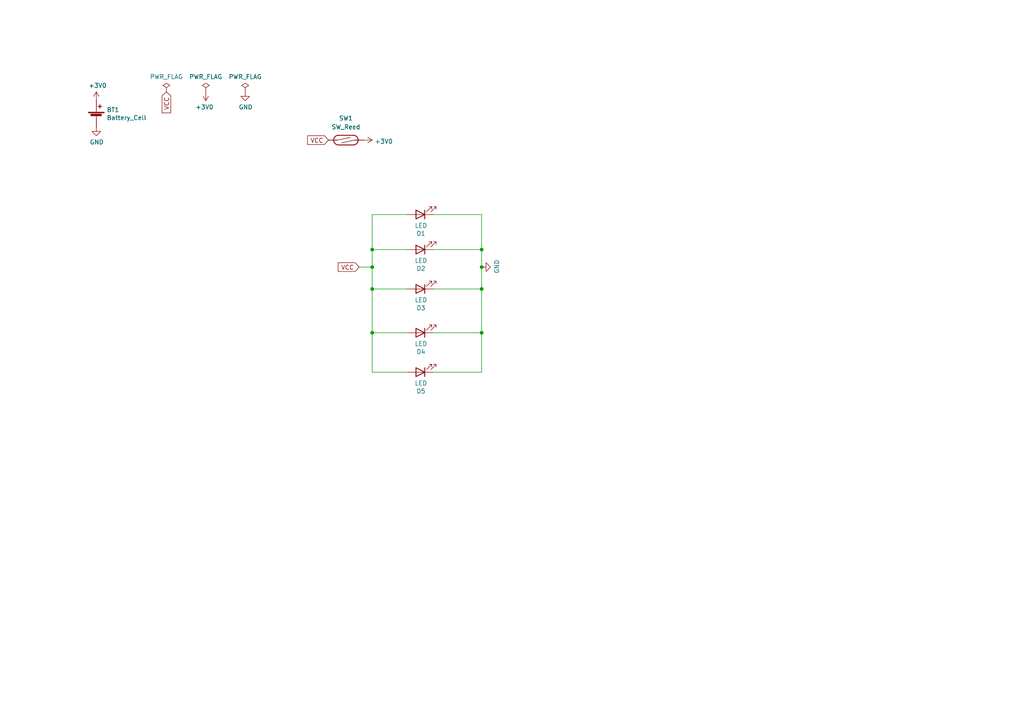
<source format=kicad_sch>
(kicad_sch (version 20250114) (generator "eeschema") (generator_version "9.0")
  (paper "A4")
  (lib_symbols
    (symbol "Device:Battery_Cell" (pin_numbers (hide yes)) (pin_names (offset 0) (hide yes))
      (property "Reference" "BT" (at 2.54 2.54 0))
      (property "Value" "Battery_Cell" (at 2.54 0 0))
      (symbol "Battery_Cell_0_1"
        (rectangle (start -2.286 1.778) (end 2.286 1.524) (fill (type outline)))
        (rectangle (start -1.5748 1.1938) (end 1.4732 0.6858) (fill (type outline)))
        (polyline (pts (xy 0 1.778) (xy 0 2.54)))
        (polyline (pts (xy 0 0.762) (xy 0 0)))
        (polyline (pts (xy 0.508 3.429) (xy 1.524 3.429)) (stroke (width 0.254)))
        (polyline (pts (xy 1.016 3.937) (xy 1.016 2.921)) (stroke (width 0.254)))
      )
      (symbol "Battery_Cell_1_1"
        (pin passive line (at 0 5.08 270) (length 2.54) (name "+") (number "1"))
        (pin passive line (at 0 -2.54 90) (length 2.54) (name "-") (number "2"))
      )
    )
    (symbol "Device:LED" (pin_numbers (hide yes)) (pin_names (offset 1.016) (hide yes))
      (property "Reference" "D" (at 0 2.54 0))
      (property "Value" "LED" (at 0 -2.54 0))
      (symbol "LED_0_1"
        (polyline (pts (xy -3.048 -0.762) (xy -4.572 -2.286) (xy -3.81 -2.286) (xy -4.572 -2.286) (xy -4.572 -1.524)))
        (polyline (pts (xy -1.778 -0.762) (xy -3.302 -2.286) (xy -2.54 -2.286) (xy -3.302 -2.286) (xy -3.302 -1.524)))
        (polyline (pts (xy -1.27 0) (xy 1.27 0)))
        (polyline (pts (xy -1.27 -1.27) (xy -1.27 1.27)) (stroke (width 0.254)))
        (polyline (pts (xy 1.27 -1.27) (xy 1.27 1.27) (xy -1.27 0) (xy 1.27 -1.27)) (stroke (width 0.254)))
      )
      (symbol "LED_1_1"
        (pin passive line (at -3.81 0 0) (length 2.54) (name "K") (number "1"))
        (pin passive line (at 3.81 0 180) (length 2.54) (name "A") (number "2"))
      )
    )
    (symbol "Switch:SW_Reed" (pin_numbers (hide yes)) (pin_names (offset 0) (hide yes))
      (property "Reference" "SW" (at 0 2.54 0))
      (property "Value" "SW_Reed" (at 0 -2.54 0))
      (symbol "SW_Reed_0_0"
        (polyline (pts (xy -2.54 0) (xy 1.27 0.762)))
        (polyline (pts (xy -2.159 -1.397) (xy 2.286 -1.397)) (stroke (width 0.254)))
        (arc (start -2.159 -1.397) (mid -3.55 0) (end -2.159 1.397) (stroke (width 0.254)))
        (arc (start 2.159 1.397) (mid 3.55 0) (end 2.159 -1.397) (stroke (width 0.254)))
        (polyline (pts (xy 2.159 1.397) (xy -2.159 1.397)) (stroke (width 0.254)))
        (polyline (pts (xy 2.54 0) (xy -1.27 -0.762)))
      )
      (symbol "SW_Reed_1_1"
        (pin passive line (at -5.08 0 0) (length 2.54) (name "1") (number "1"))
        (pin passive line (at 5.08 0 180) (length 2.54) (name "2") (number "2"))
      )
    )
    (symbol "power:+3V0" (power) (pin_names (offset 0))
      (property "Value" "+3V0" (at 0 3.556 0))
      (symbol "+3V0_0_1"
        (polyline (pts (xy -0.762 1.27) (xy 0 2.54)))
        (polyline (pts (xy 0 2.54) (xy 0.762 1.27)))
        (polyline (pts (xy 0 0) (xy 0 2.54)))
      )
      (symbol "+3V0_1_1"
        (pin power_in line (at 0 0 90) (length 0) (hide yes) (name "+3V0") (number "1"))
      )
    )
    (symbol "power:GND" (power) (pin_names (offset 0))
      (property "Value" "GND" (at 0 -3.81 0))
      (symbol "GND_0_1"
        (polyline (pts (xy 0 0) (xy 0 -1.27) (xy 1.27 -1.27) (xy 0 -2.54) (xy -1.27 -1.27) (xy 0 -1.27)))
      )
      (symbol "GND_1_1"
        (pin power_in line (at 0 0 270) (length 0) (hide yes) (name "GND") (number "1"))
      )
    )
    (symbol "power:PWR_FLAG" (power) (pin_numbers (hide yes)) (pin_names (offset 0) (hide yes))
      (property "Value" "PWR_FLAG" (at 0 3.81 0))
      (symbol "PWR_FLAG_0_0"
        (pin power_out line (at 0 0 90) (length 0) (name "pwr") (number "1"))
      )
      (symbol "PWR_FLAG_0_1"
        (polyline (pts (xy 0 0) (xy 0 1.27) (xy -1.016 1.905) (xy 0 2.54) (xy 1.016 1.905) (xy 0 1.27)))
      )
    )
  )
  (junction (at 139.7 77.47))
  (junction (at 107.95 83.82))
  (junction (at 139.7 83.82))
  (junction (at 107.95 96.52))
  (junction (at 139.7 72.39))
  (junction (at 107.95 77.47))
  (junction (at 139.7 96.52))
  (junction (at 107.95 72.39))
  (wire (pts (xy 139.7 62.23) (xy 125.73 62.23)))
  (wire (pts (xy 125.73 83.82) (xy 139.7 83.82)))
  (wire (pts (xy 107.95 77.47) (xy 104.14 77.47)))
  (wire (pts (xy 125.73 107.95) (xy 139.7 107.95)))
  (wire (pts (xy 107.95 62.23) (xy 107.95 72.39)))
  (wire (pts (xy 107.95 83.82) (xy 118.11 83.82)))
  (wire (pts (xy 139.7 83.82) (xy 139.7 96.52)))
  (wire (pts (xy 107.95 83.82) (xy 107.95 96.52)))
  (wire (pts (xy 125.73 72.39) (xy 139.7 72.39)))
  (wire (pts (xy 107.95 107.95) (xy 118.11 107.95)))
  (wire (pts (xy 125.73 96.52) (xy 139.7 96.52)))
  (wire (pts (xy 118.11 72.39) (xy 107.95 72.39)))
  (wire (pts (xy 107.95 96.52) (xy 107.95 107.95)))
  (wire (pts (xy 107.95 72.39) (xy 107.95 77.47)))
  (wire (pts (xy 118.11 62.23) (xy 107.95 62.23)))
  (wire (pts (xy 107.95 96.52) (xy 118.11 96.52)))
  (wire (pts (xy 107.95 77.47) (xy 107.95 83.82)))
  (wire (pts (xy 139.7 83.82) (xy 139.7 77.47)))
  (wire (pts (xy 139.7 96.52) (xy 139.7 107.95)))
  (wire (pts (xy 139.7 62.23) (xy 139.7 72.39)))
  (wire (pts (xy 139.7 72.39) (xy 139.7 77.47)))
  (global_label "VCC" (shape input) (at 104.14 77.47 180) (property "Intersheetrefs" "${INTERSHEET_REFS}" (effects (hide yes))))
  (global_label "VCC" (shape input) (at 95.25 40.64 180) (property "Intersheetrefs" "${INTERSHEET_REFS}" (effects (hide yes))))
  (global_label "VCC" (shape input) (at 48.26 26.67 270) (property "Intersheetrefs" "${INTERSHEET_REFS}" (effects (hide yes))))
  (symbol (lib_id "Device:Battery_Cell") (at 27.94 34.29 0) (unit 1)
    (property "Reference" "BT1" (at 30.9372 31.8516 0) (effects (justify left)))
    (property "Value" "Battery_Cell" (at 30.9372 34.163 0) (effects (justify left)))
    (property "Footprint" "blinkyparts:BatteryHolder_CR2032_schwarz" (effects (hide yes)))
  )
  (symbol (lib_id "power:GND") (at 27.94 36.83 0) (unit 1)
    (property "Reference" "#PWR02" (effects (hide yes)))
    (property "Value" "GND" (at 28.067 41.2242 0))
  )
  (symbol (lib_id "power:+3V0") (at 27.94 29.21 0) (unit 1)
    (property "Reference" "#PWR01" (effects (hide yes)))
    (property "Value" "+3V0" (at 28.321 24.8158 0))
  )
  (symbol (lib_id "power:PWR_FLAG") (at 48.26 26.67 0) (unit 1)
    (property "Reference" "#FLG01" (effects (hide yes)))
    (property "Value" "PWR_FLAG" (at 48.26 22.2758 0))
  )
  (symbol (lib_id "power:PWR_FLAG") (at 59.69 26.67 0) (unit 1)
    (property "Reference" "#FLG02" (effects (hide yes)))
    (property "Value" "PWR_FLAG" (at 59.69 22.2758 0))
  )
  (symbol (lib_id "power:+3V0") (at 59.69 26.67 180) (unit 1)
    (property "Reference" "#PWR03" (effects (hide yes)))
    (property "Value" "+3V0" (at 59.309 31.0642 0))
  )
  (symbol (lib_id "power:PWR_FLAG") (at 71.12 26.67 0) (unit 1)
    (property "Reference" "#FLG03" (effects (hide yes)))
    (property "Value" "PWR_FLAG" (at 71.12 22.2758 0))
  )
  (symbol (lib_id "power:GND") (at 71.12 26.67 0) (unit 1)
    (property "Reference" "#PWR04" (effects (hide yes)))
    (property "Value" "GND" (at 71.247 31.0642 0))
  )
  (symbol (lib_id "Device:LED") (at 121.92 62.23 180) (unit 1)
    (property "Reference" "D1" (at 122.0978 67.7418 0))
    (property "Value" "LED" (at 122.0978 65.4304 0))
    (property "Footprint" "blinkyparts:LED_D5.0mm_PLUS-Symbol" (effects (hide yes)))
  )
  (symbol (lib_id "Device:LED") (at 121.92 72.39 180) (unit 1)
    (property "Reference" "D2" (at 122.0978 77.9018 0))
    (property "Value" "LED" (at 122.0978 75.5904 0))
    (property "Footprint" "blinkyparts:LED_D5.0mm_PLUS-Symbol" (effects (hide yes)))
  )
  (symbol (lib_id "power:GND") (at 139.7 77.47 90) (unit 1)
    (property "Reference" "#PWR06" (effects (hide yes)))
    (property "Value" "GND" (at 144.0942 77.343 0))
  )
  (symbol (lib_id "Device:LED") (at 121.92 107.95 180) (unit 1)
    (property "Reference" "D5" (at 122.0978 113.4618 0))
    (property "Value" "LED" (at 122.0978 111.1504 0))
    (property "Footprint" "blinkyparts:5mm_SMD-Pad" (effects (hide yes)))
  )
  (symbol (lib_id "Switch:SW_Reed") (at 100.33 40.64 0) (unit 1)
    (property "Reference" "SW1" (at 100.33 34.29 0))
    (property "Value" "SW_Reed" (at 100.33 36.83 0))
    (property "Footprint" "Resistor_THT:R_Axial_DIN0309_L9.0mm_D3.2mm_P20.32mm_Horizontal" (effects (hide yes)))
  )
  (symbol (lib_id "power:+3V0") (at 105.41 40.64 270) (unit 1)
    (property "Reference" "#PWR05" (effects (hide yes)))
    (property "Value" "+3V0" (at 108.6612 41.021 90) (effects (justify left)))
  )
  (symbol (lib_id "Device:LED") (at 121.92 83.82 180) (unit 1)
    (property "Reference" "D3" (at 122.0978 89.3318 0))
    (property "Value" "LED" (at 122.0978 87.0204 0))
    (property "Footprint" "blinkyparts:LED_D5.0mm_PLUS-Symbol" (effects (hide yes)))
  )
  (symbol (lib_id "Device:LED") (at 121.92 96.52 180) (unit 1)
    (property "Reference" "D4" (at 122.0978 102.0318 0))
    (property "Value" "LED" (at 122.0978 99.7204 0))
    (property "Footprint" "blinkyparts:5mm_SMD-Pad" (effects (hide yes)))
  )
)
</source>
